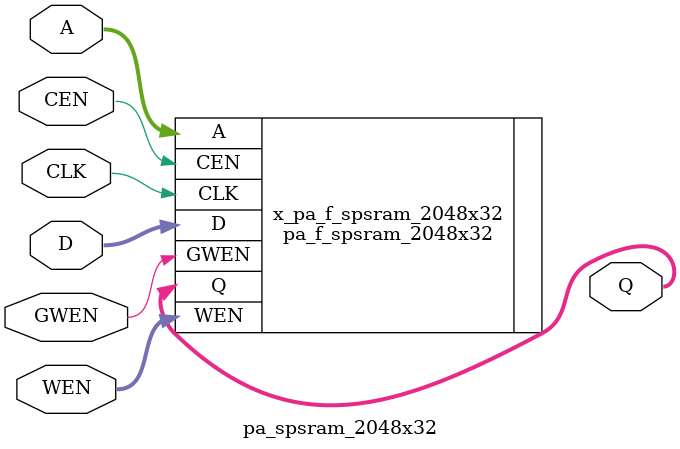
<source format=v>

/*Copyright 2020-2021 T-Head Semiconductor Co., Ltd.

Licensed under the Apache License, Version 2.0 (the "License");
you may not use this file except in compliance with the License.
You may obtain a copy of the License at

    http://www.apache.org/licenses/LICENSE-2.0

Unless required by applicable law or agreed to in writing, software
distributed under the License is distributed on an "AS IS" BASIS,
WITHOUT WARRANTIES OR CONDITIONS OF ANY KIND, either express or implied.
See the License for the specific language governing permissions and
limitations under the License.
*/

// &ModuleBeg; @22
module pa_spsram_2048x32(
  A,
  CEN,
  CLK,
  D,
  GWEN,
  Q,
  WEN
);

// &Ports; @23
input   [10:0]  A;   
input           CEN; 
input           CLK; 
input   [31:0]  D;   
input           GWEN; 
input   [31:0]  WEN; 
output  [31:0]  Q;   

// &Regs; @24

// &Wires; @25
wire    [10:0]  A;   
wire            CEN; 
wire            CLK; 
wire    [31:0]  D;   
wire            GWEN; 
wire    [31:0]  Q;   
wire    [31:0]  WEN; 


//**********************************************************
//                  Parameter Definition
//**********************************************************
parameter ADDR_WIDTH = 11;
parameter DATA_WIDTH = 32;
parameter WE_WIDTH   = 32;

// &Force("bus","Q",DATA_WIDTH-1,0); @34
// &Force("bus","WEN",WE_WIDTH-1,0); @35
// &Force("bus","A",ADDR_WIDTH-1,0); @36
// &Force("bus","D",DATA_WIDTH-1,0); @37

//  //********************************************************
//  //*                        FPGA memory                   *
//  //********************************************************
//   &Instance("pa_f_spsram_2048x32"); @43
pa_f_spsram_2048x32  x_pa_f_spsram_2048x32 (
  .A    (A   ),
  .CEN  (CEN ),
  .CLK  (CLK ),
  .D    (D   ),
  .GWEN (GWEN),
  .Q    (Q   ),
  .WEN  (WEN )
);

//   &Instance("pa_tsmc_spsram_2048x32"); @49
//   &Instance("pa_umc_spsram_2048x32"); @61

// &ModuleEnd; @65
endmodule



</source>
